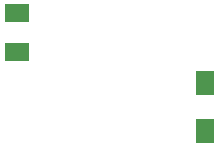
<source format=gbp>
%TF.GenerationSoftware,KiCad,Pcbnew,4.0.2+dfsg1-stable*%
%TF.CreationDate,2019-03-01T15:28:12+01:00*%
%TF.ProjectId,A500MPU-Adapter,413530304D50552D416461707465722E,rev?*%
%TF.FileFunction,Paste,Bot*%
%FSLAX46Y46*%
G04 Gerber Fmt 4.6, Leading zero omitted, Abs format (unit mm)*
G04 Created by KiCad (PCBNEW 4.0.2+dfsg1-stable) date Fri 01 Mar 2019 15:28:12 CET*
%MOMM*%
G01*
G04 APERTURE LIST*
%ADD10C,0.100000*%
%ADD11R,2.032000X1.524000*%
%ADD12R,1.600000X2.000000*%
G04 APERTURE END LIST*
D10*
D11*
X148590000Y-105664000D03*
X148590000Y-108966000D03*
D12*
X164465000Y-111665000D03*
X164465000Y-115665000D03*
M02*

</source>
